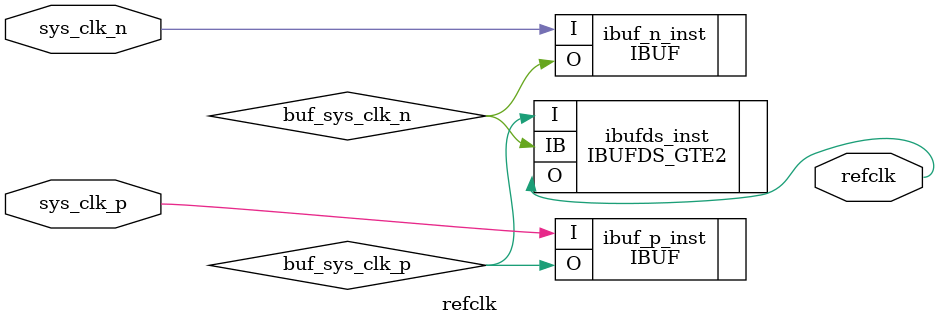
<source format=v>
`timescale 1ns / 1ps


module refclk(
    input wire sys_clk_p,
    input wire sys_clk_n,
    output wire refclk
    );
    
    wire buf_sys_clk_p;
    wire buf_sys_clk_n;

    // Buffer each input
    IBUF ibuf_p_inst (
        .I(sys_clk_p),       // Input clock (positive)
        .O(buf_sys_clk_p)    // Buffered output
    );

    IBUF ibuf_n_inst (
        .I(sys_clk_n),       // Input clock (negative)
        .O(buf_sys_clk_n)    // Buffered output
    );

    // Combine the two buffered inputs into a single-ended clock
    IBUFDS_GTE2 ibufds_inst (
        .I(buf_sys_clk_p),   // Buffered positive input
        .IB(buf_sys_clk_n),  // Buffered negative input
        .O(refclk)// Single-ended clock output
    );
endmodule

</source>
